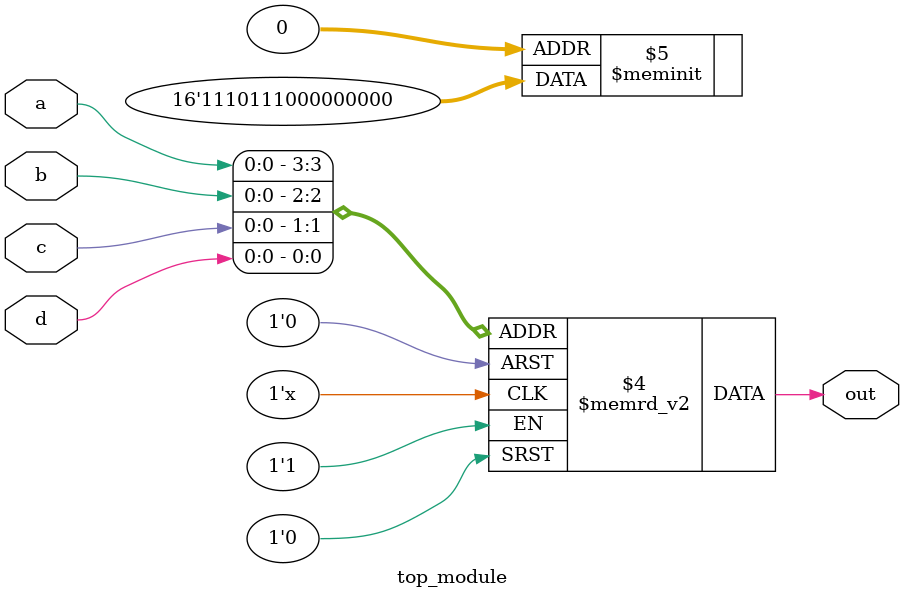
<source format=sv>
module top_module (
    input a,
    input b,
    input c,
    input d,
    output reg out
);

always @(*) begin
    case ({a, b, c, d})
        4'b0000: out = 1'b0; // ab=00, cd=00
        4'b0001: out = 1'b0; // ab=00, cd=01
        4'b0010: out = 1'b0; // ab=00, cd=10
        4'b0011: out = 1'b0; // ab=00, cd=11
        4'b0100: out = 1'b0; // ab=01, cd=00
        4'b0101: out = 1'b0; // ab=01, cd=01
        4'b0110: out = 1'b0; // ab=01, cd=10
        4'b0111: out = 1'b0; // ab=01, cd=11
        4'b1000: out = 1'b0; // ab=10, cd=00
        4'b1001: out = 1'b1; // ab=10, cd=01
        4'b1010: out = 1'b1; // ab=10, cd=10
        4'b1011: out = 1'b1; // ab=10, cd=11
        4'b1100: out = 1'b0; // ab=11, cd=00
        4'b1101: out = 1'b1; // ab=11, cd=01
        4'b1110: out = 1'b1; // ab=11, cd=10
        4'b1111: out = 1'b1; // ab=11, cd=11
        default: out = 1'b0; // Default to 0 for safety
    endcase
end

endmodule

</source>
